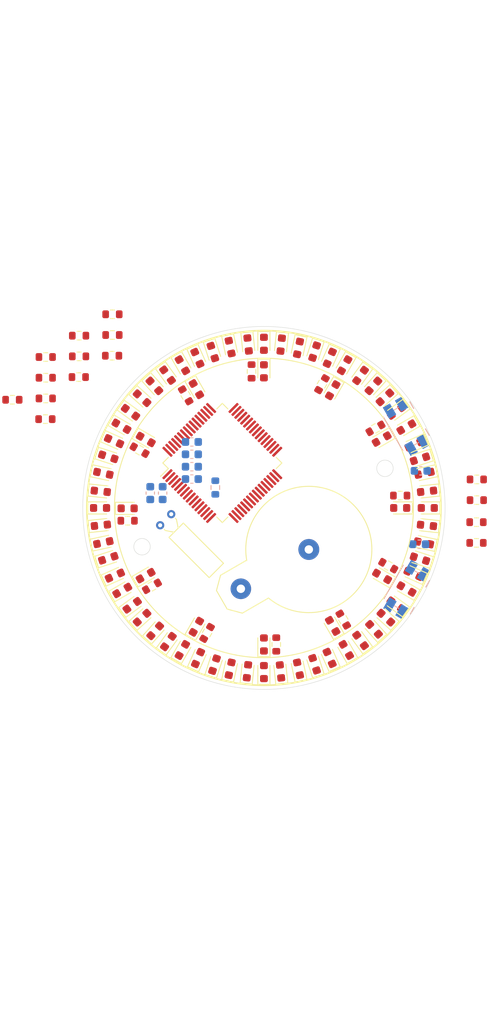
<source format=kicad_pcb>
(kicad_pcb (version 20171130) (host pcbnew 5.1.8-1.fc33)
  (layers (0 F.Cu signal) (31 B.Cu signal) (34 B.Paste user) (35 F.Paste user) (36 B.SilkS user) (37 F.SilkS user) (38 B.Mask user) (39 F.Mask user) (44 Edge.Cuts user))
  (net 0 "")
  (net 1 VCC)
  (net 2 GND)
  (net 3 XTAL1)
  (net 4 WAKE)
  (net 5 SET)
  (net 6 XTAL2)
  (net 7 M0)
  (net 8 M1)
  (net 9 M2)
  (net 10 M3)
  (net 11 M4)
  (net 12 M5)
  (net 13 M6)
  (net 14 M7)
  (net 15 M8)
  (net 16 M9)
  (net 17 M10)
  (net 18 M11)
  (net 19 M12)
  (net 20 M13)
  (net 21 M14)
  (net 22 H0)
  (net 23 H1)
  (net 24 H2)
  (net 25 H3)
  (net 26 H4)
  (net 27 H5)
  (net 28 H6)
  (net 29 H7)
  (net 30 H8)
  (net 31 H9)
  (net 32 H10)
  (net 33 H11)
  (net 34 "Net-(U1-Pad49)")
  (net 35 "Net-(U1-Pad50)")
  (net 36 "Net-(U1-Pad51)")
  (net 37 "Net-(U1-Pad54)")
  (net 38 "Net-(U1-Pad56)")
  (net 39 "Net-(U1-Pad57)")
  (net 40 "Net-(U1-Pad58)")
  (net 41 "Net-(U1-Pad59)")
  (net 42 "Net-(U1-Pad60)")
  (net 43 "Net-(U1-Pad61)")
  (net 44 "Net-(U1-Pad62)")
  (net 45 "Net-(U1-Pad63)")
  (net 46 Q0)
  (net 47 "Net-(D1-Pad2)")
  (net 48 "Net-(D17-Pad2)")
  (net 49 "Net-(D18-Pad2)")
  (net 50 "Net-(D19-Pad2)")
  (net 51 "Net-(D20-Pad2)")
  (net 52 "Net-(D21-Pad2)")
  (net 53 "Net-(D22-Pad2)")
  (net 54 "Net-(D23-Pad2)")
  (net 55 "Net-(D24-Pad2)")
  (net 56 "Net-(D10-Pad2)")
  (net 57 "Net-(D11-Pad2)")
  (net 58 "Net-(D12-Pad2)")
  (net 59 "Net-(D13-Pad2)")
  (net 60 "Net-(D14-Pad2)")
  (net 61 "Net-(D15-Pad2)")
  (net 62 Q1)
  (net 63 Q2)
  (net 64 Q3)
  (net 65 "Net-(D61-Pad1)")
  (net 66 "Net-(D62-Pad1)")
  (net 67 "Net-(D63-Pad1)")
  (net 68 "Net-(D64-Pad1)")
  (net 69 "Net-(D65-Pad1)")
  (net 70 "Net-(D66-Pad1)")
  (net 71 "Net-(D67-Pad1)")
  (net 72 "Net-(D68-Pad1)")
  (net 73 "Net-(D69-Pad1)")
  (net 74 "Net-(D70-Pad1)")
  (net 75 "Net-(D71-Pad1)")
  (net 76 "Net-(D72-Pad1)")
  (net 77 "Net-(R13-Pad2)")
  (net 78 "Net-(U1-Pad1)")
  (net 79 "Net-(U1-Pad2)")
  (net 80 "Net-(U1-Pad10)")
  (net 81 "Net-(U1-Pad11)")
  (net 82 "Net-(U1-Pad13)")
  (net 83 "Net-(U1-Pad14)")
  (net 84 "Net-(U1-Pad15)")
  (net 85 "Net-(U1-Pad16)")
  (net 86 "Net-(U1-Pad17)")
  (net 87 "Net-(U1-Pad18)")
  (net 88 "Net-(U1-Pad19)")
  (net 89 "Net-(U1-Pad20)")
  (net 90 "Net-(U1-Pad21)")
  (net 91 "Net-(U1-Pad22)")
  (net 92 "Net-(U1-Pad23)")
  (net 93 "Net-(U1-Pad24)")
  (net 94 "Net-(U1-Pad25)")
  (net 95 "Net-(U1-Pad26)")
  (net 96 "Net-(U1-Pad27)")
  (net 97 "Net-(U1-Pad28)")
  (net 98 "Net-(U1-Pad29)")
  (net 99 "Net-(U1-Pad30)")
  (net 100 "Net-(U1-Pad31)")
  (net 101 "Net-(U1-Pad32)")
  (net 102 "Net-(U1-Pad33)")
  (net 103 "Net-(U1-Pad34)")
  (net 104 "Net-(U1-Pad35)")
  (net 105 "Net-(U1-Pad36)")
  (net 106 "Net-(U1-Pad37)")
  (net 107 "Net-(U1-Pad38)")
  (net 108 "Net-(U1-Pad39)")
  (net 109 "Net-(U1-Pad40)")
  (net 110 "Net-(U1-Pad41)")
  (net 111 "Net-(U1-Pad42)")
  (net 112 "Net-(U1-Pad43)")
  (net 113 "Net-(U1-Pad44)")
  (net 114 "Net-(U1-Pad45)")
  (net 115 "Net-(U1-Pad46)")
  (net 116 "Net-(U1-Pad47)")
  (net 117 "Net-(U1-Pad48)")
  (net 118 "Net-(U1-Pad52)")
  (net 119 "Net-(U1-Pad53)")
  (net 120 "Net-(U1-Pad55)")
  (net 121 "Net-(U1-Pad64)")
  (module Battery:BatteryHolder_Keystone_500 (layer F.Cu) (at 167.2 89.8 30)
    (fp_text reference BT1 hide)
    (fp_text value Battery_Cell)
    (pad 1 thru_hole circle (at 0 0 30) (size 2.5 2.5) (drill 1.02) (layers *.Cu *.Mask) (net 1 VCC))
    (pad 2 thru_hole circle (at 9.53 0 30) (size 2.54 2.54) (drill 1.02) (layers *.Cu *.Mask) (net 2 GND))
  )
  (module lightring:LR_LED (layer F.Cu) (at 170 63.4375 270)
    (fp_text reference D61 hide)
    (fp_text value LED hide)
    (pad 1 smd roundrect (at -0.7875 0 270) (size 0.875 0.95) (layers F.Cu F.Paste F.Mask) (net 65 "Net-(D61-Pad1)"))
    (pad 2 smd roundrect (at 0.7875 0 270) (size 0.875 0.95) (layers F.Cu F.Paste F.Mask) (net 22 H0))
  )
  (module lightring:LR_LED (layer F.Cu) (at 178.35625 65.731995 240)
    (fp_text reference D62 hide)
    (fp_text value LED hide)
    (pad 1 smd roundrect (at -0.7875 0 240) (size 0.875 0.95) (layers F.Cu F.Paste F.Mask) (net 66 "Net-(D62-Pad1)"))
    (pad 2 smd roundrect (at 0.7875 0 240) (size 0.875 0.95) (layers F.Cu F.Paste F.Mask) (net 23 H1))
  )
  (module lightring:LR_LED (layer F.Cu) (at 184.3 71.65 210)
    (fp_text reference D63 hide)
    (fp_text value LED hide)
    (pad 2 smd roundrect (at 0.7875 0 210) (size 0.875 0.95) (layers F.Cu F.Paste F.Mask) (net 24 H2))
    (pad 1 smd roundrect (at -0.7875 0 210) (size 0.875 0.95) (layers F.Cu F.Paste F.Mask) (net 67 "Net-(D63-Pad1)"))
  )
  (module lightring:LR_LED (layer F.Cu) (at 186.55 80 180)
    (fp_text reference D64 hide)
    (fp_text value LED hide)
    (pad 2 smd roundrect (at 0.7875 0 180) (size 0.875 0.95) (layers F.Cu F.Paste F.Mask) (net 25 H3))
    (pad 1 smd roundrect (at -0.7875 0 180) (size 0.875 0.95) (layers F.Cu F.Paste F.Mask) (net 68 "Net-(D64-Pad1)"))
  )
  (module lightring:LR_LED (layer F.Cu) (at 184.35 88.3 150)
    (fp_text reference D65 hide)
    (fp_text value LED hide)
    (pad 1 smd roundrect (at -0.7875 0 150) (size 0.875 0.95) (layers F.Cu F.Paste F.Mask) (net 69 "Net-(D65-Pad1)"))
    (pad 2 smd roundrect (at 0.7875 0 150) (size 0.875 0.95) (layers F.Cu F.Paste F.Mask) (net 26 H4))
  )
  (module lightring:LR_LED (layer F.Cu) (at 178.35 94.3 120)
    (fp_text reference D66 hide)
    (fp_text value LED hide)
    (pad 2 smd roundrect (at 0.7875 0 120) (size 0.875 0.95) (layers F.Cu F.Paste F.Mask) (net 27 H5))
    (pad 1 smd roundrect (at -0.7875 0 120) (size 0.875 0.95) (layers F.Cu F.Paste F.Mask) (net 70 "Net-(D66-Pad1)"))
  )
  (module lightring:LR_LED (layer F.Cu) (at 170 96.55 90)
    (fp_text reference D67 hide)
    (fp_text value LED hide)
    (pad 1 smd roundrect (at -0.7875 0 90) (size 0.875 0.95) (layers F.Cu F.Paste F.Mask) (net 71 "Net-(D67-Pad1)"))
    (pad 2 smd roundrect (at 0.7875 0 90) (size 0.875 0.95) (layers F.Cu F.Paste F.Mask) (net 28 H6))
  )
  (module lightring:LR_LED (layer F.Cu) (at 161.8 94.4 60)
    (fp_text reference D68 hide)
    (fp_text value LED hide)
    (pad 2 smd roundrect (at 0.7875 0 60) (size 0.875 0.95) (layers F.Cu F.Paste F.Mask) (net 29 H7))
    (pad 1 smd roundrect (at -0.7875 0 60) (size 0.875 0.95) (layers F.Cu F.Paste F.Mask) (net 72 "Net-(D68-Pad1)"))
  )
  (module lightring:LR_LED (layer F.Cu) (at 155.631995 88.20625 30)
    (fp_text reference D69 hide)
    (fp_text value LED hide)
    (pad 1 smd roundrect (at -0.7875 0 30) (size 0.875 0.95) (layers F.Cu F.Paste F.Mask) (net 73 "Net-(D69-Pad1)"))
    (pad 2 smd roundrect (at 0.7875 0 30) (size 0.875 0.95) (layers F.Cu F.Paste F.Mask) (net 30 H8))
  )
  (module lightring:LR_LED (layer F.Cu) (at 153.45 80.05)
    (fp_text reference D70 hide)
    (fp_text value LED hide)
    (pad 2 smd roundrect (at 0.7875 0) (size 0.875 0.95) (layers F.Cu F.Paste F.Mask) (net 31 H9))
    (pad 1 smd roundrect (at -0.7875 0) (size 0.875 0.95) (layers F.Cu F.Paste F.Mask) (net 74 "Net-(D70-Pad1)"))
  )
  (module lightring:LR_LED (layer F.Cu) (at 155.65 71.7 330)
    (fp_text reference D71 hide)
    (fp_text value LED hide)
    (pad 1 smd roundrect (at -0.7875 0 330) (size 0.875 0.95) (layers F.Cu F.Paste F.Mask) (net 75 "Net-(D71-Pad1)"))
    (pad 2 smd roundrect (at 0.7875 0 330) (size 0.875 0.95) (layers F.Cu F.Paste F.Mask) (net 32 H10))
  )
  (module lightring:LR_LED (layer F.Cu) (at 161.8 65.6 300)
    (fp_text reference D72 hide)
    (fp_text value LED hide)
    (pad 2 smd roundrect (at 0.7875 0 300) (size 0.875 0.95) (layers F.Cu F.Paste F.Mask) (net 33 H11))
    (pad 1 smd roundrect (at -0.7875 0 300) (size 0.875 0.95) (layers F.Cu F.Paste F.Mask) (net 76 "Net-(D72-Pad1)"))
  )
  (module lightring:LR_RES (layer F.Cu) (at 168.5 63.45 270)
    (fp_text reference R1 hide)
    (fp_text value R hide)
    (pad 1 smd roundrect (at -0.825 0 270) (size 0.8 0.95) (layers F.Cu F.Paste F.Mask) (net 2 GND))
    (pad 2 smd roundrect (at 0.825 0 270) (size 0.8 0.95) (layers F.Cu F.Paste F.Mask) (net 65 "Net-(D61-Pad1)"))
  )
  (module lightring:LR_RES (layer F.Cu) (at 177.05 65 240)
    (fp_text reference R2 hide)
    (fp_text value R hide)
    (pad 2 smd roundrect (at 0.825 0 240) (size 0.8 0.95) (layers F.Cu F.Paste F.Mask) (net 66 "Net-(D62-Pad1)"))
    (pad 1 smd roundrect (at -0.825 0 240) (size 0.8 0.95) (layers F.Cu F.Paste F.Mask) (net 2 GND))
  )
  (module lightring:LR_RES (layer F.Cu) (at 183.55 70.35 210)
    (fp_text reference R3 hide)
    (fp_text value R hide)
    (pad 1 smd roundrect (at -0.825 0 210) (size 0.8 0.95) (layers F.Cu F.Paste F.Mask) (net 2 GND))
    (pad 2 smd roundrect (at 0.825 0 210) (size 0.8 0.95) (layers F.Cu F.Paste F.Mask) (net 67 "Net-(D63-Pad1)"))
  )
  (module lightring:LR_RES (layer F.Cu) (at 186.55 78.5 180)
    (fp_text reference R4 hide)
    (fp_text value R hide)
    (pad 2 smd roundrect (at 0.825 0 180) (size 0.8 0.95) (layers F.Cu F.Paste F.Mask) (net 68 "Net-(D64-Pad1)"))
    (pad 1 smd roundrect (at -0.825 0 180) (size 0.8 0.95) (layers F.Cu F.Paste F.Mask) (net 2 GND))
  )
  (module lightring:LR_RES (layer F.Cu) (at 185.1 87 150)
    (fp_text reference R5 hide)
    (fp_text value R hide)
    (pad 1 smd roundrect (at -0.825 0 150) (size 0.8 0.95) (layers F.Cu F.Paste F.Mask) (net 2 GND))
    (pad 2 smd roundrect (at 0.825 0 150) (size 0.8 0.95) (layers F.Cu F.Paste F.Mask) (net 69 "Net-(D65-Pad1)"))
  )
  (module lightring:LR_RES (layer F.Cu) (at 179.6375 93.535529 120)
    (fp_text reference R6 hide)
    (fp_text value R hide)
    (pad 2 smd roundrect (at 0.825 0 120) (size 0.8 0.95) (layers F.Cu F.Paste F.Mask) (net 70 "Net-(D66-Pad1)"))
    (pad 1 smd roundrect (at -0.825 0 120) (size 0.8 0.95) (layers F.Cu F.Paste F.Mask) (net 2 GND))
  )
  (module lightring:LR_RES (layer F.Cu) (at 171.5 96.55 90)
    (fp_text reference R7 hide)
    (fp_text value R hide)
    (pad 1 smd roundrect (at -0.825 0 90) (size 0.8 0.95) (layers F.Cu F.Paste F.Mask) (net 2 GND))
    (pad 2 smd roundrect (at 0.825 0 90) (size 0.8 0.95) (layers F.Cu F.Paste F.Mask) (net 71 "Net-(D67-Pad1)"))
  )
  (module lightring:LR_RES (layer F.Cu) (at 163.1 95.15 60)
    (fp_text reference R8 hide)
    (fp_text value R hide)
    (pad 2 smd roundrect (at 0.825 0 60) (size 0.8 0.95) (layers F.Cu F.Paste F.Mask) (net 72 "Net-(D68-Pad1)"))
    (pad 1 smd roundrect (at -0.825 0 60) (size 0.8 0.95) (layers F.Cu F.Paste F.Mask) (net 2 GND))
  )
  (module lightring:LR_RES (layer F.Cu) (at 156.4 89.5 30)
    (fp_text reference R9 hide)
    (fp_text value R hide)
    (pad 1 smd roundrect (at -0.825 0 30) (size 0.8 0.95) (layers F.Cu F.Paste F.Mask) (net 2 GND))
    (pad 2 smd roundrect (at 0.825 0 30) (size 0.8 0.95) (layers F.Cu F.Paste F.Mask) (net 73 "Net-(D69-Pad1)"))
  )
  (module lightring:LR_RES (layer F.Cu) (at 153.45 81.55)
    (fp_text reference R10 hide)
    (fp_text value R hide)
    (pad 2 smd roundrect (at 0.825 0) (size 0.8 0.95) (layers F.Cu F.Paste F.Mask) (net 74 "Net-(D70-Pad1)"))
    (pad 1 smd roundrect (at -0.825 0) (size 0.8 0.95) (layers F.Cu F.Paste F.Mask) (net 2 GND))
  )
  (module lightring:LR_RES (layer F.Cu) (at 154.9 73 330)
    (fp_text reference R11 hide)
    (fp_text value R hide)
    (pad 1 smd roundrect (at -0.825 0 330) (size 0.8 0.95) (layers F.Cu F.Paste F.Mask) (net 2 GND))
    (pad 2 smd roundrect (at 0.825 0 330) (size 0.8 0.95) (layers F.Cu F.Paste F.Mask) (net 75 "Net-(D71-Pad1)"))
  )
  (module lightring:LR_RES (layer F.Cu) (at 160.5 66.35 300)
    (fp_text reference R12 hide)
    (fp_text value R hide)
    (pad 2 smd roundrect (at 0.825 0 300) (size 0.8 0.95) (layers F.Cu F.Paste F.Mask) (net 76 "Net-(D72-Pad1)"))
    (pad 1 smd roundrect (at -0.825 0 300) (size 0.8 0.95) (layers F.Cu F.Paste F.Mask) (net 2 GND))
  )
  (module lightring:LR_RES (layer B.Cu) (at 164.1 77.525 270)
    (fp_text reference R13 hide)
    (fp_text value 10k hide)
    (pad 1 smd roundrect (at -0.825 0 270) (size 0.8 0.95) (layers B.Cu B.Paste B.Mask) (net 1 VCC))
    (pad 2 smd roundrect (at 0.825 0 270) (size 0.8 0.95) (layers B.Cu B.Paste B.Mask) (net 77 "Net-(R13-Pad2)"))
  )
  (module Button_Switch_SMD:Panasonic_EVQPUJ_EVQPUA (layer B.Cu) (at 187.3 70.1 120)
    (fp_text reference SW1 hide)
    (fp_text value SW_SPST)
    (pad 2 smd rect (at 2.625 -0.85 300) (size 1.55 1) (layers B.Cu B.Paste B.Mask) (net 2 GND))
    (pad 2 smd rect (at -2.625 -0.85 300) (size 1.55 1) (layers B.Cu B.Paste B.Mask) (net 2 GND))
    (pad 1 smd rect (at -2.625 0.85 300) (size 1.55 1) (layers B.Cu B.Paste B.Mask) (net 4 WAKE))
    (pad 1 smd rect (at 2.625 0.85 300) (size 1.55 1) (layers B.Cu B.Paste B.Mask) (net 4 WAKE))
  )
  (module Button_Switch_SMD:Panasonic_EVQPUJ_EVQPUA (layer B.Cu) (at 187.35 89.9 60)
    (fp_text reference SW2 hide)
    (fp_text value SW_SPST)
    (pad 1 smd rect (at 2.625 0.85 240) (size 1.55 1) (layers B.Cu B.Paste B.Mask) (net 5 SET))
    (pad 1 smd rect (at -2.625 0.85 240) (size 1.55 1) (layers B.Cu B.Paste B.Mask) (net 5 SET))
    (pad 2 smd rect (at -2.625 -0.85 240) (size 1.55 1) (layers B.Cu B.Paste B.Mask) (net 2 GND))
    (pad 2 smd rect (at 2.625 -0.85 240) (size 1.55 1) (layers B.Cu B.Paste B.Mask) (net 2 GND))
  )
  (module Package_QFP:LQFP-64_10x10mm_P0.5mm (layer F.Cu) (at 164.95 74.55 45)
    (fp_text reference U1 hide)
    (fp_text value STM32G070RBT)
    (pad 1 smd roundrect (at -5.675 -3.75 45) (size 1.55 0.3) (layers F.Cu F.Paste F.Mask) (net 78 "Net-(U1-Pad1)"))
    (pad 2 smd roundrect (at -5.675 -3.25 45) (size 1.55 0.3) (layers F.Cu F.Paste F.Mask) (net 79 "Net-(U1-Pad2)"))
    (pad 3 smd roundrect (at -5.675 -2.75 45) (size 1.55 0.3) (layers F.Cu F.Paste F.Mask) (net 3 XTAL1))
    (pad 4 smd roundrect (at -5.675 -2.25 45) (size 1.55 0.3) (layers F.Cu F.Paste F.Mask) (net 6 XTAL2))
    (pad 5 smd roundrect (at -5.675 -1.75 45) (size 1.55 0.3) (layers F.Cu F.Paste F.Mask))
    (pad 6 smd roundrect (at -5.675 -1.25 45) (size 1.55 0.3) (layers F.Cu F.Paste F.Mask) (net 1 VCC))
    (pad 7 smd roundrect (at -5.675 -0.75 45) (size 1.55 0.3) (layers F.Cu F.Paste F.Mask) (net 1 VCC))
    (pad 8 smd roundrect (at -5.675 -0.25 45) (size 1.55 0.3) (layers F.Cu F.Paste F.Mask) (net 1 VCC))
    (pad 9 smd roundrect (at -5.675 0.25 45) (size 1.55 0.3) (layers F.Cu F.Paste F.Mask) (net 2 GND))
    (pad 10 smd roundrect (at -5.675 0.75 45) (size 1.55 0.3) (layers F.Cu F.Paste F.Mask) (net 80 "Net-(U1-Pad10)"))
    (pad 11 smd roundrect (at -5.675 1.25 45) (size 1.55 0.3) (layers F.Cu F.Paste F.Mask) (net 81 "Net-(U1-Pad11)"))
    (pad 12 smd roundrect (at -5.675 1.75 45) (size 1.55 0.3) (layers F.Cu F.Paste F.Mask) (net 77 "Net-(R13-Pad2)"))
    (pad 13 smd roundrect (at -5.675 2.25 45) (size 1.55 0.3) (layers F.Cu F.Paste F.Mask) (net 82 "Net-(U1-Pad13)"))
    (pad 14 smd roundrect (at -5.675 2.75 45) (size 1.55 0.3) (layers F.Cu F.Paste F.Mask) (net 83 "Net-(U1-Pad14)"))
    (pad 15 smd roundrect (at -5.675 3.25 45) (size 1.55 0.3) (layers F.Cu F.Paste F.Mask) (net 84 "Net-(U1-Pad15)"))
    (pad 16 smd roundrect (at -5.675 3.75 45) (size 1.55 0.3) (layers F.Cu F.Paste F.Mask) (net 85 "Net-(U1-Pad16)"))
    (pad 17 smd roundrect (at -3.75 5.675 45) (size 0.3 1.55) (layers F.Cu F.Paste F.Mask) (net 86 "Net-(U1-Pad17)"))
    (pad 18 smd roundrect (at -3.25 5.675 45) (size 0.3 1.55) (layers F.Cu F.Paste F.Mask) (net 87 "Net-(U1-Pad18)"))
    (pad 19 smd roundrect (at -2.75 5.675 45) (size 0.3 1.55) (layers F.Cu F.Paste F.Mask) (net 88 "Net-(U1-Pad19)"))
    (pad 20 smd roundrect (at -2.25 5.675 45) (size 0.3 1.55) (layers F.Cu F.Paste F.Mask) (net 89 "Net-(U1-Pad20)"))
    (pad 21 smd roundrect (at -1.75 5.675 45) (size 0.3 1.55) (layers F.Cu F.Paste F.Mask) (net 90 "Net-(U1-Pad21)"))
    (pad 22 smd roundrect (at -1.25 5.675 45) (size 0.3 1.55) (layers F.Cu F.Paste F.Mask) (net 91 "Net-(U1-Pad22)"))
    (pad 23 smd roundrect (at -0.75 5.675 45) (size 0.3 1.55) (layers F.Cu F.Paste F.Mask) (net 92 "Net-(U1-Pad23)"))
    (pad 24 smd roundrect (at -0.25 5.675 45) (size 0.3 1.55) (layers F.Cu F.Paste F.Mask) (net 93 "Net-(U1-Pad24)"))
    (pad 25 smd roundrect (at 0.25 5.675 45) (size 0.3 1.55) (layers F.Cu F.Paste F.Mask) (net 94 "Net-(U1-Pad25)"))
    (pad 26 smd roundrect (at 0.75 5.675 45) (size 0.3 1.55) (layers F.Cu F.Paste F.Mask) (net 95 "Net-(U1-Pad26)"))
    (pad 27 smd roundrect (at 1.25 5.675 45) (size 0.3 1.55) (layers F.Cu F.Paste F.Mask) (net 96 "Net-(U1-Pad27)"))
    (pad 28 smd roundrect (at 1.75 5.675 45) (size 0.3 1.55) (layers F.Cu F.Paste F.Mask) (net 97 "Net-(U1-Pad28)"))
    (pad 29 smd roundrect (at 2.25 5.675 45) (size 0.3 1.55) (layers F.Cu F.Paste F.Mask) (net 98 "Net-(U1-Pad29)"))
    (pad 30 smd roundrect (at 2.75 5.675 45) (size 0.3 1.55) (layers F.Cu F.Paste F.Mask) (net 99 "Net-(U1-Pad30)"))
    (pad 31 smd roundrect (at 3.25 5.675 45) (size 0.3 1.55) (layers F.Cu F.Paste F.Mask) (net 100 "Net-(U1-Pad31)"))
    (pad 32 smd roundrect (at 3.75 5.675 45) (size 0.3 1.55) (layers F.Cu F.Paste F.Mask) (net 101 "Net-(U1-Pad32)"))
    (pad 33 smd roundrect (at 5.675 3.75 45) (size 1.55 0.3) (layers F.Cu F.Paste F.Mask) (net 102 "Net-(U1-Pad33)"))
    (pad 34 smd roundrect (at 5.675 3.25 45) (size 1.55 0.3) (layers F.Cu F.Paste F.Mask) (net 103 "Net-(U1-Pad34)"))
    (pad 35 smd roundrect (at 5.675 2.75 45) (size 1.55 0.3) (layers F.Cu F.Paste F.Mask) (net 104 "Net-(U1-Pad35)"))
    (pad 36 smd roundrect (at 5.675 2.25 45) (size 1.55 0.3) (layers F.Cu F.Paste F.Mask) (net 105 "Net-(U1-Pad36)"))
    (pad 37 smd roundrect (at 5.675 1.75 45) (size 1.55 0.3) (layers F.Cu F.Paste F.Mask) (net 106 "Net-(U1-Pad37)"))
    (pad 38 smd roundrect (at 5.675 1.25 45) (size 1.55 0.3) (layers F.Cu F.Paste F.Mask) (net 107 "Net-(U1-Pad38)"))
    (pad 39 smd roundrect (at 5.675 0.75 45) (size 1.55 0.3) (layers F.Cu F.Paste F.Mask) (net 108 "Net-(U1-Pad39)"))
    (pad 40 smd roundrect (at 5.675 0.25 45) (size 1.55 0.3) (layers F.Cu F.Paste F.Mask) (net 109 "Net-(U1-Pad40)"))
    (pad 41 smd roundrect (at 5.675 -0.25 45) (size 1.55 0.3) (layers F.Cu F.Paste F.Mask) (net 110 "Net-(U1-Pad41)"))
    (pad 42 smd roundrect (at 5.675 -0.75 45) (size 1.55 0.3) (layers F.Cu F.Paste F.Mask) (net 111 "Net-(U1-Pad42)"))
    (pad 43 smd roundrect (at 5.675 -1.25 45) (size 1.55 0.3) (layers F.Cu F.Paste F.Mask) (net 112 "Net-(U1-Pad43)"))
    (pad 44 smd roundrect (at 5.675 -1.75 45) (size 1.55 0.3) (layers F.Cu F.Paste F.Mask) (net 113 "Net-(U1-Pad44)"))
    (pad 45 smd roundrect (at 5.675 -2.25 45) (size 1.55 0.3) (layers F.Cu F.Paste F.Mask) (net 114 "Net-(U1-Pad45)"))
    (pad 46 smd roundrect (at 5.675 -2.75 45) (size 1.55 0.3) (layers F.Cu F.Paste F.Mask) (net 115 "Net-(U1-Pad46)"))
    (pad 47 smd roundrect (at 5.675 -3.25 45) (size 1.55 0.3) (layers F.Cu F.Paste F.Mask) (net 116 "Net-(U1-Pad47)"))
    (pad 48 smd roundrect (at 5.675 -3.75 45) (size 1.55 0.3) (layers F.Cu F.Paste F.Mask) (net 117 "Net-(U1-Pad48)"))
    (pad 49 smd roundrect (at 3.75 -5.675 45) (size 0.3 1.55) (layers F.Cu F.Paste F.Mask) (net 34 "Net-(U1-Pad49)"))
    (pad 50 smd roundrect (at 3.25 -5.675 45) (size 0.3 1.55) (layers F.Cu F.Paste F.Mask) (net 35 "Net-(U1-Pad50)"))
    (pad 51 smd roundrect (at 2.75 -5.675 45) (size 0.3 1.55) (layers F.Cu F.Paste F.Mask) (net 36 "Net-(U1-Pad51)"))
    (pad 52 smd roundrect (at 2.25 -5.675 45) (size 0.3 1.55) (layers F.Cu F.Paste F.Mask) (net 118 "Net-(U1-Pad52)"))
    (pad 53 smd roundrect (at 1.75 -5.675 45) (size 0.3 1.55) (layers F.Cu F.Paste F.Mask) (net 119 "Net-(U1-Pad53)"))
    (pad 54 smd roundrect (at 1.25 -5.675 45) (size 0.3 1.55) (layers F.Cu F.Paste F.Mask) (net 37 "Net-(U1-Pad54)"))
    (pad 55 smd roundrect (at 0.75 -5.675 45) (size 0.3 1.55) (layers F.Cu F.Paste F.Mask) (net 120 "Net-(U1-Pad55)"))
    (pad 56 smd roundrect (at 0.25 -5.675 45) (size 0.3 1.55) (layers F.Cu F.Paste F.Mask) (net 38 "Net-(U1-Pad56)"))
    (pad 57 smd roundrect (at -0.25 -5.675 45) (size 0.3 1.55) (layers F.Cu F.Paste F.Mask) (net 39 "Net-(U1-Pad57)"))
    (pad 58 smd roundrect (at -0.75 -5.675 45) (size 0.3 1.55) (layers F.Cu F.Paste F.Mask) (net 40 "Net-(U1-Pad58)"))
    (pad 59 smd roundrect (at -1.25 -5.675 45) (size 0.3 1.55) (layers F.Cu F.Paste F.Mask) (net 41 "Net-(U1-Pad59)"))
    (pad 60 smd roundrect (at -1.75 -5.675 45) (size 0.3 1.55) (layers F.Cu F.Paste F.Mask) (net 42 "Net-(U1-Pad60)"))
    (pad 61 smd roundrect (at -2.25 -5.675 45) (size 0.3 1.55) (layers F.Cu F.Paste F.Mask) (net 43 "Net-(U1-Pad61)"))
    (pad 62 smd roundrect (at -2.75 -5.675 45) (size 0.3 1.55) (layers F.Cu F.Paste F.Mask) (net 44 "Net-(U1-Pad62)"))
    (pad 63 smd roundrect (at -3.25 -5.675 45) (size 0.3 1.55) (layers F.Cu F.Paste F.Mask) (net 45 "Net-(U1-Pad63)"))
    (pad 64 smd roundrect (at -3.75 -5.675 45) (size 0.3 1.55) (layers F.Cu F.Paste F.Mask) (net 121 "Net-(U1-Pad64)"))
  )
  (module Crystal:Crystal_C26-LF_D2.1mm_L6.5mm_Horizontal (layer F.Cu) (at 157.4 82.1 45)
    (fp_text reference Y1 hide)
    (fp_text value Crystal)
    (pad 1 thru_hole circle (at 0 0 45) (size 1 1) (drill 0.5) (layers *.Cu *.Mask) (net 3 XTAL1))
    (pad 2 thru_hole circle (at 1.9 0 45) (size 1 1) (drill 0.5) (layers *.Cu *.Mask) (net 6 XTAL2))
  )
  (module lightring:LC_CAP (layer B.Cu) (at 156.2 78.2 90)
    (fp_text reference C1 hide)
    (fp_text value 100 hide)
    (pad 2 smd roundrect (at 0.775 0 90) (size 0.9 0.95) (layers B.Cu B.Paste B.Mask) (net 2 GND))
    (pad 1 smd roundrect (at -0.775 0 90) (size 0.9 0.95) (layers B.Cu B.Paste B.Mask) (net 3 XTAL1))
  )
  (module lightring:LC_CAP (layer B.Cu) (at 161.25 73.5 180)
    (fp_text reference C5 hide)
    (fp_text value 225 hide)
    (pad 1 smd roundrect (at -0.775 0 180) (size 0.9 0.95) (layers B.Cu B.Paste B.Mask) (net 1 VCC))
    (pad 2 smd roundrect (at 0.775 0 180) (size 0.9 0.95) (layers B.Cu B.Paste B.Mask) (net 2 GND))
  )
  (module lightring:LC_CAP (layer B.Cu) (at 189.05 75.5)
    (fp_text reference C2 hide)
    (fp_text value 105 hide)
    (pad 2 smd roundrect (at 0.775 0) (size 0.9 0.95) (layers B.Cu B.Paste B.Mask) (net 4 WAKE))
    (pad 1 smd roundrect (at -0.775 0) (size 0.9 0.95) (layers B.Cu B.Paste B.Mask) (net 2 GND))
  )
  (module lightring:LC_CAP (layer B.Cu) (at 188.85 84.4)
    (fp_text reference C3 hide)
    (fp_text value 105 hide)
    (pad 1 smd roundrect (at -0.775 0) (size 0.9 0.95) (layers B.Cu B.Paste B.Mask) (net 2 GND))
    (pad 2 smd roundrect (at 0.775 0) (size 0.9 0.95) (layers B.Cu B.Paste B.Mask) (net 5 SET))
  )
  (module lightring:LC_CAP (layer B.Cu) (at 157.7 78.2 90)
    (fp_text reference C4 hide)
    (fp_text value 100 hide)
    (pad 1 smd roundrect (at -0.775 0 90) (size 0.9 0.95) (layers B.Cu B.Paste B.Mask) (net 6 XTAL2))
    (pad 2 smd roundrect (at 0.775 0 90) (size 0.9 0.95) (layers B.Cu B.Paste B.Mask) (net 2 GND))
  )
  (module lightring:LC_CAP (layer B.Cu) (at 161.25 72 180)
    (fp_text reference C6 hide)
    (fp_text value 225 hide)
    (pad 2 smd roundrect (at 0.775 0 180) (size 0.9 0.95) (layers B.Cu B.Paste B.Mask) (net 2 GND))
    (pad 1 smd roundrect (at -0.775 0 180) (size 0.9 0.95) (layers B.Cu B.Paste B.Mask) (net 1 VCC))
  )
  (module lightring:LC_CAP (layer B.Cu) (at 161.25 76.5 180)
    (fp_text reference C7 hide)
    (fp_text value 104 hide)
    (pad 1 smd roundrect (at -0.775 0 180) (size 0.9 0.95) (layers B.Cu B.Paste B.Mask) (net 1 VCC))
    (pad 2 smd roundrect (at 0.775 0 180) (size 0.9 0.95) (layers B.Cu B.Paste B.Mask) (net 2 GND))
  )
  (module lightring:LC_CAP (layer B.Cu) (at 161.25 75 180)
    (fp_text reference C8 hide)
    (fp_text value 104 hide)
    (pad 2 smd roundrect (at 0.775 0 180) (size 0.9 0.95) (layers B.Cu B.Paste B.Mask) (net 2 GND))
    (pad 1 smd roundrect (at -0.775 0 180) (size 0.9 0.95) (layers B.Cu B.Paste B.Mask) (net 1 VCC))
  )
  (module lightring:LR_LED (layer F.Cu) (at 170 60.1 270)
    (fp_text reference D1 hide)
    (fp_text value LED hide)
    (pad 1 smd roundrect (at -0.7875 0 270) (size 0.875 0.95) (layers F.Cu F.Paste F.Mask) (net 46 Q0))
    (pad 2 smd roundrect (at 0.7875 0 270) (size 0.875 0.95) (layers F.Cu F.Paste F.Mask) (net 47 "Net-(D1-Pad2)"))
  )
  (module lightring:LR_LED (layer F.Cu) (at 172.1 60.2 264)
    (fp_text reference D2 hide)
    (fp_text value LED hide)
    (pad 2 smd roundrect (at 0.7875 0 264) (size 0.875 0.95) (layers F.Cu F.Paste F.Mask) (net 48 "Net-(D17-Pad2)"))
    (pad 1 smd roundrect (at -0.7875 0 264) (size 0.875 0.95) (layers F.Cu F.Paste F.Mask) (net 46 Q0))
  )
  (module lightring:LR_LED (layer F.Cu) (at 174.2 60.6 258)
    (fp_text reference D3 hide)
    (fp_text value LED hide)
    (pad 1 smd roundrect (at -0.7875 0 258) (size 0.875 0.95) (layers F.Cu F.Paste F.Mask) (net 46 Q0))
    (pad 2 smd roundrect (at 0.7875 0 258) (size 0.875 0.95) (layers F.Cu F.Paste F.Mask) (net 49 "Net-(D18-Pad2)"))
  )
  (module lightring:LR_LED (layer F.Cu) (at 176.156649 61.048957 252)
    (fp_text reference D4 hide)
    (fp_text value LED hide)
    (pad 2 smd roundrect (at 0.7875 0 252) (size 0.875 0.95) (layers F.Cu F.Paste F.Mask) (net 50 "Net-(D19-Pad2)"))
    (pad 1 smd roundrect (at -0.7875 0 252) (size 0.875 0.95) (layers F.Cu F.Paste F.Mask) (net 46 Q0))
  )
  (module lightring:LR_LED (layer F.Cu) (at 178 61.8 246)
    (fp_text reference D5 hide)
    (fp_text value LED hide)
    (pad 1 smd roundrect (at -0.7875 0 246) (size 0.875 0.95) (layers F.Cu F.Paste F.Mask) (net 46 Q0))
    (pad 2 smd roundrect (at 0.7875 0 246) (size 0.875 0.95) (layers F.Cu F.Paste F.Mask) (net 51 "Net-(D20-Pad2)"))
  )
  (module lightring:LR_LED (layer F.Cu) (at 179.80625 62.7 240)
    (fp_text reference D6 hide)
    (fp_text value LED hide)
    (pad 2 smd roundrect (at 0.7875 0 240) (size 0.875 0.95) (layers F.Cu F.Paste F.Mask) (net 52 "Net-(D21-Pad2)"))
    (pad 1 smd roundrect (at -0.7875 0 240) (size 0.875 0.95) (layers F.Cu F.Paste F.Mask) (net 46 Q0))
  )
  (module lightring:LR_LED (layer F.Cu) (at 181.737119 63.937101 234)
    (fp_text reference D7 hide)
    (fp_text value LED hide)
    (pad 1 smd roundrect (at -0.7875 0 234) (size 0.875 0.95) (layers F.Cu F.Paste F.Mask) (net 46 Q0))
    (pad 2 smd roundrect (at 0.7875 0 234) (size 0.875 0.95) (layers F.Cu F.Paste F.Mask) (net 53 "Net-(D22-Pad2)"))
  )
  (module lightring:LR_LED (layer F.Cu) (at 183.3 65.2 228)
    (fp_text reference D8 hide)
    (fp_text value LED hide)
    (pad 2 smd roundrect (at 0.7875 0 228) (size 0.875 0.95) (layers F.Cu F.Paste F.Mask) (net 54 "Net-(D23-Pad2)"))
    (pad 1 smd roundrect (at -0.7875 0 228) (size 0.875 0.95) (layers F.Cu F.Paste F.Mask) (net 46 Q0))
  )
  (module lightring:LR_LED (layer F.Cu) (at 184.7 66.6 222)
    (fp_text reference D9 hide)
    (fp_text value LED hide)
    (pad 1 smd roundrect (at -0.7875 0 222) (size 0.875 0.95) (layers F.Cu F.Paste F.Mask) (net 46 Q0))
    (pad 2 smd roundrect (at 0.7875 0 222) (size 0.875 0.95) (layers F.Cu F.Paste F.Mask) (net 55 "Net-(D24-Pad2)"))
  )
  (module lightring:LR_LED (layer F.Cu) (at 186.1 68.3 216)
    (fp_text reference D10 hide)
    (fp_text value LED hide)
    (pad 1 smd roundrect (at -0.7875 0 216) (size 0.875 0.95) (layers F.Cu F.Paste F.Mask) (net 46 Q0))
    (pad 2 smd roundrect (at 0.7875 0 216) (size 0.875 0.95) (layers F.Cu F.Paste F.Mask) (net 56 "Net-(D10-Pad2)"))
  )
  (module lightring:LR_LED (layer F.Cu) (at 187.3 70.2 210)
    (fp_text reference D11 hide)
    (fp_text value LED hide)
    (pad 2 smd roundrect (at 0.7875 0 210) (size 0.875 0.95) (layers F.Cu F.Paste F.Mask) (net 57 "Net-(D11-Pad2)"))
    (pad 1 smd roundrect (at -0.7875 0 210) (size 0.875 0.95) (layers F.Cu F.Paste F.Mask) (net 46 Q0))
  )
  (module lightring:LR_LED (layer F.Cu) (at 188.3 72.3 204)
    (fp_text reference D12 hide)
    (fp_text value LED hide)
    (pad 1 smd roundrect (at -0.7875 0 204) (size 0.875 0.95) (layers F.Cu F.Paste F.Mask) (net 46 Q0))
    (pad 2 smd roundrect (at 0.7875 0 204) (size 0.875 0.95) (layers F.Cu F.Paste F.Mask) (net 58 "Net-(D12-Pad2)"))
  )
  (module lightring:LR_LED (layer F.Cu) (at 188.951043 74.043351 198)
    (fp_text reference D13 hide)
    (fp_text value LED hide)
    (pad 2 smd roundrect (at 0.7875 0 198) (size 0.875 0.95) (layers F.Cu F.Paste F.Mask) (net 59 "Net-(D13-Pad2)"))
    (pad 1 smd roundrect (at -0.7875 0 198) (size 0.875 0.95) (layers F.Cu F.Paste F.Mask) (net 46 Q0))
  )
  (module lightring:LR_LED (layer F.Cu) (at 189.5 75.8 192)
    (fp_text reference D14 hide)
    (fp_text value LED hide)
    (pad 1 smd roundrect (at -0.7875 0 192) (size 0.875 0.95) (layers F.Cu F.Paste F.Mask) (net 46 Q0))
    (pad 2 smd roundrect (at 0.7875 0 192) (size 0.875 0.95) (layers F.Cu F.Paste F.Mask) (net 60 "Net-(D14-Pad2)"))
  )
  (module lightring:LR_LED (layer F.Cu) (at 189.816814 77.982316 186)
    (fp_text reference D15 hide)
    (fp_text value LED hide)
    (pad 2 smd roundrect (at 0.7875 0 186) (size 0.875 0.95) (layers F.Cu F.Paste F.Mask) (net 61 "Net-(D15-Pad2)"))
    (pad 1 smd roundrect (at -0.7875 0 186) (size 0.875 0.95) (layers F.Cu F.Paste F.Mask) (net 46 Q0))
  )
  (module lightring:LR_LED (layer F.Cu) (at 189.9 80 180)
    (fp_text reference D16 hide)
    (fp_text value LED hide)
    (pad 1 smd roundrect (at -0.7875 0 180) (size 0.875 0.95) (layers F.Cu F.Paste F.Mask) (net 62 Q1))
    (pad 2 smd roundrect (at 0.7875 0 180) (size 0.875 0.95) (layers F.Cu F.Paste F.Mask) (net 47 "Net-(D1-Pad2)"))
  )
  (module lightring:LR_LED (layer F.Cu) (at 189.8 82.117684 174)
    (fp_text reference D17 hide)
    (fp_text value LED hide)
    (pad 2 smd roundrect (at 0.7875 0 174) (size 0.875 0.95) (layers F.Cu F.Paste F.Mask) (net 48 "Net-(D17-Pad2)"))
    (pad 1 smd roundrect (at -0.7875 0 174) (size 0.875 0.95) (layers F.Cu F.Paste F.Mask) (net 62 Q1))
  )
  (module lightring:LR_LED (layer F.Cu) (at 189.429709 84.23627 168)
    (fp_text reference D18 hide)
    (fp_text value LED hide)
    (pad 2 smd roundrect (at 0.7875 0 168) (size 0.875 0.95) (layers F.Cu F.Paste F.Mask) (net 49 "Net-(D18-Pad2)"))
    (pad 1 smd roundrect (at -0.7875 0 168) (size 0.875 0.95) (layers F.Cu F.Paste F.Mask) (net 62 Q1))
  )
  (module lightring:LR_LED (layer F.Cu) (at 188.951043 86.156649 162)
    (fp_text reference D19 hide)
    (fp_text value LED hide)
    (pad 1 smd roundrect (at -0.7875 0 162) (size 0.875 0.95) (layers F.Cu F.Paste F.Mask) (net 62 Q1))
    (pad 2 smd roundrect (at 0.7875 0 162) (size 0.875 0.95) (layers F.Cu F.Paste F.Mask) (net 50 "Net-(D19-Pad2)"))
  )
  (module lightring:LR_LED (layer F.Cu) (at 188.180583 88 156)
    (fp_text reference D20 hide)
    (fp_text value LED hide)
    (pad 2 smd roundrect (at 0.7875 0 156) (size 0.875 0.95) (layers F.Cu F.Paste F.Mask) (net 51 "Net-(D20-Pad2)"))
    (pad 1 smd roundrect (at -0.7875 0 156) (size 0.875 0.95) (layers F.Cu F.Paste F.Mask) (net 62 Q1))
  )
  (module lightring:LR_LED (layer F.Cu) (at 187.318005 89.830291 150)
    (fp_text reference D21 hide)
    (fp_text value LED hide)
    (pad 2 smd roundrect (at 0.7875 0 150) (size 0.875 0.95) (layers F.Cu F.Paste F.Mask) (net 52 "Net-(D21-Pad2)"))
    (pad 1 smd roundrect (at -0.7875 0 150) (size 0.875 0.95) (layers F.Cu F.Paste F.Mask) (net 62 Q1))
  )
  (module lightring:LR_LED (layer F.Cu) (at 186.062899 91.737119 144)
    (fp_text reference D22 hide)
    (fp_text value LED hide)
    (pad 1 smd roundrect (at -0.7875 0 144) (size 0.875 0.95) (layers F.Cu F.Paste F.Mask) (net 62 Q1))
    (pad 2 smd roundrect (at 0.7875 0 144) (size 0.875 0.95) (layers F.Cu F.Paste F.Mask) (net 53 "Net-(D22-Pad2)"))
  )
  (module lightring:LR_LED (layer F.Cu) (at 184.814773 93.3 138)
    (fp_text reference D23 hide)
    (fp_text value LED hide)
    (pad 2 smd roundrect (at 0.7875 0 138) (size 0.875 0.95) (layers F.Cu F.Paste F.Mask) (net 54 "Net-(D23-Pad2)"))
    (pad 1 smd roundrect (at -0.7875 0 138) (size 0.875 0.95) (layers F.Cu F.Paste F.Mask) (net 62 Q1))
  )
  (module lightring:LR_LED (layer F.Cu) (at 183.37306 94.714773 132)
    (fp_text reference D24 hide)
    (fp_text value LED hide)
    (pad 1 smd roundrect (at -0.7875 0 132) (size 0.875 0.95) (layers F.Cu F.Paste F.Mask) (net 62 Q1))
    (pad 2 smd roundrect (at 0.7875 0 132) (size 0.875 0.95) (layers F.Cu F.Paste F.Mask) (net 55 "Net-(D24-Pad2)"))
  )
  (module lightring:LR_LED (layer F.Cu) (at 181.737119 96.062899 126)
    (fp_text reference D25 hide)
    (fp_text value LED hide)
    (pad 2 smd roundrect (at 0.7875 0 126) (size 0.875 0.95) (layers F.Cu F.Paste F.Mask) (net 56 "Net-(D10-Pad2)"))
    (pad 1 smd roundrect (at -0.7875 0 126) (size 0.875 0.95) (layers F.Cu F.Paste F.Mask) (net 62 Q1))
  )
  (module lightring:LR_LED (layer F.Cu) (at 180.00625 97.218005 120)
    (fp_text reference D26 hide)
    (fp_text value LED hide)
    (pad 2 smd roundrect (at 0.7875 0 120) (size 0.875 0.95) (layers F.Cu F.Paste F.Mask) (net 57 "Net-(D11-Pad2)"))
    (pad 1 smd roundrect (at -0.7875 0 120) (size 0.875 0.95) (layers F.Cu F.Paste F.Mask) (net 62 Q1))
  )
  (module lightring:LR_LED (layer F.Cu) (at 177.979695 98.180583 114)
    (fp_text reference D27 hide)
    (fp_text value LED hide)
    (pad 1 smd roundrect (at -0.7875 0 114) (size 0.875 0.95) (layers F.Cu F.Paste F.Mask) (net 62 Q1))
    (pad 2 smd roundrect (at 0.7875 0 114) (size 0.875 0.95) (layers F.Cu F.Paste F.Mask) (net 58 "Net-(D12-Pad2)"))
  )
  (module lightring:LR_LED (layer F.Cu) (at 176.156649 98.951043 108)
    (fp_text reference D28 hide)
    (fp_text value LED hide)
    (pad 2 smd roundrect (at 0.7875 0 108) (size 0.875 0.95) (layers F.Cu F.Paste F.Mask) (net 59 "Net-(D13-Pad2)"))
    (pad 1 smd roundrect (at -0.7875 0 108) (size 0.875 0.95) (layers F.Cu F.Paste F.Mask) (net 62 Q1))
  )
  (module lightring:LR_LED (layer F.Cu) (at 174.2 99.5 102)
    (fp_text reference D29 hide)
    (fp_text value LED hide)
    (pad 1 smd roundrect (at -0.7875 0 102) (size 0.875 0.95) (layers F.Cu F.Paste F.Mask) (net 62 Q1))
    (pad 2 smd roundrect (at 0.7875 0 102) (size 0.875 0.95) (layers F.Cu F.Paste F.Mask) (net 60 "Net-(D14-Pad2)"))
  )
  (module lightring:LR_LED (layer F.Cu) (at 172.017684 99.816814 96)
    (fp_text reference D30 hide)
    (fp_text value LED hide)
    (pad 2 smd roundrect (at 0.7875 0 96) (size 0.875 0.95) (layers F.Cu F.Paste F.Mask) (net 61 "Net-(D15-Pad2)"))
    (pad 1 smd roundrect (at -0.7875 0 96) (size 0.875 0.95) (layers F.Cu F.Paste F.Mask) (net 62 Q1))
  )
  (module lightring:LR_LED (layer F.Cu) (at 170 99.9 90)
    (fp_text reference D31 hide)
    (fp_text value LED hide)
    (pad 1 smd roundrect (at -0.7875 0 90) (size 0.875 0.95) (layers F.Cu F.Paste F.Mask) (net 63 Q2))
    (pad 2 smd roundrect (at 0.7875 0 90) (size 0.875 0.95) (layers F.Cu F.Paste F.Mask) (net 47 "Net-(D1-Pad2)"))
  )
  (module lightring:LR_LED (layer F.Cu) (at 168 99.8 84)
    (fp_text reference D32 hide)
    (fp_text value LED hide)
    (pad 2 smd roundrect (at 0.7875 0 84) (size 0.875 0.95) (layers F.Cu F.Paste F.Mask) (net 48 "Net-(D17-Pad2)"))
    (pad 1 smd roundrect (at -0.7875 0 84) (size 0.875 0.95) (layers F.Cu F.Paste F.Mask) (net 63 Q2))
  )
  (module lightring:LR_LED (layer F.Cu) (at 165.9 99.5 78)
    (fp_text reference D33 hide)
    (fp_text value LED hide)
    (pad 1 smd roundrect (at -0.7875 0 78) (size 0.875 0.95) (layers F.Cu F.Paste F.Mask) (net 63 Q2))
    (pad 2 smd roundrect (at 0.7875 0 78) (size 0.875 0.95) (layers F.Cu F.Paste F.Mask) (net 49 "Net-(D18-Pad2)"))
  )
  (module lightring:LR_LED (layer F.Cu) (at 164 99 72)
    (fp_text reference D34 hide)
    (fp_text value LED hide)
    (pad 2 smd roundrect (at 0.7875 0 72) (size 0.875 0.95) (layers F.Cu F.Paste F.Mask) (net 50 "Net-(D19-Pad2)"))
    (pad 1 smd roundrect (at -0.7875 0 72) (size 0.875 0.95) (layers F.Cu F.Paste F.Mask) (net 63 Q2))
  )
  (module lightring:LR_LED (layer F.Cu) (at 162 98.2 66)
    (fp_text reference D35 hide)
    (fp_text value LED hide)
    (pad 1 smd roundrect (at -0.7875 0 66) (size 0.875 0.95) (layers F.Cu F.Paste F.Mask) (net 63 Q2))
    (pad 2 smd roundrect (at 0.7875 0 66) (size 0.875 0.95) (layers F.Cu F.Paste F.Mask) (net 51 "Net-(D20-Pad2)"))
  )
  (module lightring:LR_LED (layer F.Cu) (at 160.09375 97.218005 60)
    (fp_text reference D36 hide)
    (fp_text value LED hide)
    (pad 2 smd roundrect (at 0.7875 0 60) (size 0.875 0.95) (layers F.Cu F.Paste F.Mask) (net 52 "Net-(D21-Pad2)"))
    (pad 1 smd roundrect (at -0.7875 0 60) (size 0.875 0.95) (layers F.Cu F.Paste F.Mask) (net 63 Q2))
  )
  (module lightring:LR_LED (layer F.Cu) (at 158.4 96.2 54)
    (fp_text reference D37 hide)
    (fp_text value LED hide)
    (pad 1 smd roundrect (at -0.7875 0 54) (size 0.875 0.95) (layers F.Cu F.Paste F.Mask) (net 63 Q2))
    (pad 2 smd roundrect (at 0.7875 0 54) (size 0.875 0.95) (layers F.Cu F.Paste F.Mask) (net 53 "Net-(D22-Pad2)"))
  )
  (module lightring:LR_LED (layer F.Cu) (at 156.8 94.9 48)
    (fp_text reference D38 hide)
    (fp_text value LED hide)
    (pad 2 smd roundrect (at 0.7875 0 48) (size 0.875 0.95) (layers F.Cu F.Paste F.Mask) (net 54 "Net-(D23-Pad2)"))
    (pad 1 smd roundrect (at -0.7875 0 48) (size 0.875 0.95) (layers F.Cu F.Paste F.Mask) (net 63 Q2))
  )
  (module lightring:LR_LED (layer F.Cu) (at 155.2 93.3 42)
    (fp_text reference D39 hide)
    (fp_text value LED hide)
    (pad 1 smd roundrect (at -0.7875 0 42) (size 0.875 0.95) (layers F.Cu F.Paste F.Mask) (net 63 Q2))
    (pad 2 smd roundrect (at 0.7875 0 42) (size 0.875 0.95) (layers F.Cu F.Paste F.Mask) (net 55 "Net-(D24-Pad2)"))
  )
  (module lightring:LR_LED (layer F.Cu) (at 154 91.8 36)
    (fp_text reference D40 hide)
    (fp_text value LED hide)
    (pad 2 smd roundrect (at 0.7875 0 36) (size 0.875 0.95) (layers F.Cu F.Paste F.Mask) (net 56 "Net-(D10-Pad2)"))
    (pad 1 smd roundrect (at -0.7875 0 36) (size 0.875 0.95) (layers F.Cu F.Paste F.Mask) (net 63 Q2))
  )
  (module lightring:LR_LED (layer F.Cu) (at 152.8 90 30)
    (fp_text reference D41 hide)
    (fp_text value LED hide)
    (pad 1 smd roundrect (at -0.7875 0 30) (size 0.875 0.95) (layers F.Cu F.Paste F.Mask) (net 63 Q2))
    (pad 2 smd roundrect (at 0.7875 0 30) (size 0.875 0.95) (layers F.Cu F.Paste F.Mask) (net 57 "Net-(D11-Pad2)"))
  )
  (module lightring:LR_LED (layer F.Cu) (at 151.9 88.2 24)
    (fp_text reference D42 hide)
    (fp_text value LED hide)
    (pad 2 smd roundrect (at 0.7875 0 24) (size 0.875 0.95) (layers F.Cu F.Paste F.Mask) (net 58 "Net-(D12-Pad2)"))
    (pad 1 smd roundrect (at -0.7875 0 24) (size 0.875 0.95) (layers F.Cu F.Paste F.Mask) (net 63 Q2))
  )
  (module lightring:LR_LED (layer F.Cu) (at 151.1 86.1 18)
    (fp_text reference D43 hide)
    (fp_text value LED hide)
    (pad 1 smd roundrect (at -0.7875 0 18) (size 0.875 0.95) (layers F.Cu F.Paste F.Mask) (net 63 Q2))
    (pad 2 smd roundrect (at 0.7875 0 18) (size 0.875 0.95) (layers F.Cu F.Paste F.Mask) (net 59 "Net-(D13-Pad2)"))
  )
  (module lightring:LR_LED (layer F.Cu) (at 150.5 84.2 12)
    (fp_text reference D44 hide)
    (fp_text value LED hide)
    (pad 1 smd roundrect (at -0.7875 0 12) (size 0.875 0.95) (layers F.Cu F.Paste F.Mask) (net 63 Q2))
    (pad 2 smd roundrect (at 0.7875 0 12) (size 0.875 0.95) (layers F.Cu F.Paste F.Mask) (net 60 "Net-(D14-Pad2)"))
  )
  (module lightring:LR_LED (layer F.Cu) (at 150.2 82.1 6)
    (fp_text reference D45 hide)
    (fp_text value LED hide)
    (pad 1 smd roundrect (at -0.7875 0 6) (size 0.875 0.95) (layers F.Cu F.Paste F.Mask) (net 63 Q2))
    (pad 2 smd roundrect (at 0.7875 0 6) (size 0.875 0.95) (layers F.Cu F.Paste F.Mask) (net 61 "Net-(D15-Pad2)"))
  )
  (module lightring:LR_LED (layer F.Cu) (at 150.1 80)
    (fp_text reference D46 hide)
    (fp_text value LED hide)
    (pad 1 smd roundrect (at -0.7875 0) (size 0.875 0.95) (layers F.Cu F.Paste F.Mask) (net 64 Q3))
    (pad 2 smd roundrect (at 0.7875 0) (size 0.875 0.95) (layers F.Cu F.Paste F.Mask) (net 47 "Net-(D1-Pad2)"))
  )
  (module lightring:LR_LED (layer F.Cu) (at 150.183186 77.982316 354)
    (fp_text reference D47 hide)
    (fp_text value LED hide)
    (pad 2 smd roundrect (at 0.7875 0 354) (size 0.875 0.95) (layers F.Cu F.Paste F.Mask) (net 48 "Net-(D17-Pad2)"))
    (pad 1 smd roundrect (at -0.7875 0 354) (size 0.875 0.95) (layers F.Cu F.Paste F.Mask) (net 64 Q3))
  )
  (module lightring:LR_LED (layer F.Cu) (at 150.5 75.8 348)
    (fp_text reference D48 hide)
    (fp_text value LED hide)
    (pad 1 smd roundrect (at -0.7875 0 348) (size 0.875 0.95) (layers F.Cu F.Paste F.Mask) (net 64 Q3))
    (pad 2 smd roundrect (at 0.7875 0 348) (size 0.875 0.95) (layers F.Cu F.Paste F.Mask) (net 49 "Net-(D18-Pad2)"))
  )
  (module lightring:LR_LED (layer F.Cu) (at 151.1 73.8 342)
    (fp_text reference D49 hide)
    (fp_text value LED hide)
    (pad 2 smd roundrect (at 0.7875 0 342) (size 0.875 0.95) (layers F.Cu F.Paste F.Mask) (net 50 "Net-(D19-Pad2)"))
    (pad 1 smd roundrect (at -0.7875 0 342) (size 0.875 0.95) (layers F.Cu F.Paste F.Mask) (net 64 Q3))
  )
  (module lightring:LR_LED (layer F.Cu) (at 151.8 71.9 336)
    (fp_text reference D50 hide)
    (fp_text value LED hide)
    (pad 1 smd roundrect (at -0.7875 0 336) (size 0.875 0.95) (layers F.Cu F.Paste F.Mask) (net 64 Q3))
    (pad 2 smd roundrect (at 0.7875 0 336) (size 0.875 0.95) (layers F.Cu F.Paste F.Mask) (net 51 "Net-(D20-Pad2)"))
  )
  (module lightring:LR_LED (layer F.Cu) (at 152.7 70.1 330)
    (fp_text reference D51 hide)
    (fp_text value LED hide)
    (pad 2 smd roundrect (at 0.7875 0 330) (size 0.875 0.95) (layers F.Cu F.Paste F.Mask) (net 52 "Net-(D21-Pad2)"))
    (pad 1 smd roundrect (at -0.7875 0 330) (size 0.875 0.95) (layers F.Cu F.Paste F.Mask) (net 64 Q3))
  )
  (module lightring:LR_LED (layer F.Cu) (at 153.8 68.4 324)
    (fp_text reference D52 hide)
    (fp_text value LED hide)
    (pad 1 smd roundrect (at -0.7875 0 324) (size 0.875 0.95) (layers F.Cu F.Paste F.Mask) (net 64 Q3))
    (pad 2 smd roundrect (at 0.7875 0 324) (size 0.875 0.95) (layers F.Cu F.Paste F.Mask) (net 53 "Net-(D22-Pad2)"))
  )
  (module lightring:LR_LED (layer F.Cu) (at 155.2 66.7 318)
    (fp_text reference D53 hide)
    (fp_text value LED hide)
    (pad 2 smd roundrect (at 0.7875 0 318) (size 0.875 0.95) (layers F.Cu F.Paste F.Mask) (net 54 "Net-(D23-Pad2)"))
    (pad 1 smd roundrect (at -0.7875 0 318) (size 0.875 0.95) (layers F.Cu F.Paste F.Mask) (net 64 Q3))
  )
  (module lightring:LR_LED (layer F.Cu) (at 156.7 65.2 312)
    (fp_text reference D54 hide)
    (fp_text value LED hide)
    (pad 2 smd roundrect (at 0.7875 0 312) (size 0.875 0.95) (layers F.Cu F.Paste F.Mask) (net 55 "Net-(D24-Pad2)"))
    (pad 1 smd roundrect (at -0.7875 0 312) (size 0.875 0.95) (layers F.Cu F.Paste F.Mask) (net 64 Q3))
  )
  (module lightring:LR_LED (layer F.Cu) (at 158.3 63.9 306)
    (fp_text reference D55 hide)
    (fp_text value LED hide)
    (pad 2 smd roundrect (at 0.7875 0 306) (size 0.875 0.95) (layers F.Cu F.Paste F.Mask) (net 56 "Net-(D10-Pad2)"))
    (pad 1 smd roundrect (at -0.7875 0 306) (size 0.875 0.95) (layers F.Cu F.Paste F.Mask) (net 64 Q3))
  )
  (module lightring:LR_LED (layer F.Cu) (at 160.1 62.7 300)
    (fp_text reference D56 hide)
    (fp_text value LED hide)
    (pad 1 smd roundrect (at -0.7875 0 300) (size 0.875 0.95) (layers F.Cu F.Paste F.Mask) (net 64 Q3))
    (pad 2 smd roundrect (at 0.7875 0 300) (size 0.875 0.95) (layers F.Cu F.Paste F.Mask) (net 57 "Net-(D11-Pad2)"))
  )
  (module lightring:LR_LED (layer F.Cu) (at 161.920305 61.819417 294)
    (fp_text reference D57 hide)
    (fp_text value LED hide)
    (pad 2 smd roundrect (at 0.7875 0 294) (size 0.875 0.95) (layers F.Cu F.Paste F.Mask) (net 58 "Net-(D12-Pad2)"))
    (pad 1 smd roundrect (at -0.7875 0 294) (size 0.875 0.95) (layers F.Cu F.Paste F.Mask) (net 64 Q3))
  )
  (module lightring:LR_LED (layer F.Cu) (at 163.8 61.1 288)
    (fp_text reference D58 hide)
    (fp_text value LED hide)
    (pad 1 smd roundrect (at -0.7875 0 288) (size 0.875 0.95) (layers F.Cu F.Paste F.Mask) (net 64 Q3))
    (pad 2 smd roundrect (at 0.7875 0 288) (size 0.875 0.95) (layers F.Cu F.Paste F.Mask) (net 59 "Net-(D13-Pad2)"))
  )
  (module lightring:LR_LED (layer F.Cu) (at 165.9 60.5 282)
    (fp_text reference D59 hide)
    (fp_text value LED hide)
    (pad 2 smd roundrect (at 0.7875 0 282) (size 0.875 0.95) (layers F.Cu F.Paste F.Mask) (net 60 "Net-(D14-Pad2)"))
    (pad 1 smd roundrect (at -0.7875 0 282) (size 0.875 0.95) (layers F.Cu F.Paste F.Mask) (net 64 Q3))
  )
  (module lightring:LR_LED (layer F.Cu) (at 168.082316 60.183186 276)
    (fp_text reference D60 hide)
    (fp_text value LED hide)
    (pad 1 smd roundrect (at -0.7875 0 276) (size 0.875 0.95) (layers F.Cu F.Paste F.Mask) (net 64 Q3))
    (pad 2 smd roundrect (at 0.7875 0 276) (size 0.875 0.95) (layers F.Cu F.Paste F.Mask) (net 61 "Net-(D15-Pad2)"))
  )
  (module lightring:LR_RES (layer F.Cu) (at 195.855001 76.545001)
    (fp_text reference R14 hide)
    (fp_text value R hide)
    (pad 2 smd roundrect (at 0.825 0) (size 0.8 0.95) (layers F.Cu F.Paste F.Mask) (net 7 M0))
    (pad 1 smd roundrect (at -0.825 0) (size 0.8 0.95) (layers F.Cu F.Paste F.Mask) (net 47 "Net-(D1-Pad2)"))
  )
  (module lightring:LR_RES (layer F.Cu) (at 147.555001 59.115001)
    (fp_text reference R15 hide)
    (fp_text value R hide)
    (pad 1 smd roundrect (at -0.825 0) (size 0.8 0.95) (layers F.Cu F.Paste F.Mask) (net 48 "Net-(D17-Pad2)"))
    (pad 2 smd roundrect (at 0.825 0) (size 0.8 0.95) (layers F.Cu F.Paste F.Mask) (net 8 M1))
  )
  (module lightring:LR_RES (layer F.Cu) (at 139.455001 66.885001)
    (fp_text reference R16 hide)
    (fp_text value R hide)
    (pad 2 smd roundrect (at 0.825 0) (size 0.8 0.95) (layers F.Cu F.Paste F.Mask) (net 9 M2))
    (pad 1 smd roundrect (at -0.825 0) (size 0.8 0.95) (layers F.Cu F.Paste F.Mask) (net 49 "Net-(D18-Pad2)"))
  )
  (module lightring:LR_RES (layer F.Cu) (at 143.505001 64.215001)
    (fp_text reference R17 hide)
    (fp_text value R hide)
    (pad 1 smd roundrect (at -0.825 0) (size 0.8 0.95) (layers F.Cu F.Paste F.Mask) (net 50 "Net-(D19-Pad2)"))
    (pad 2 smd roundrect (at 0.825 0) (size 0.8 0.95) (layers F.Cu F.Paste F.Mask) (net 10 M3))
  )
  (module lightring:LR_RES (layer F.Cu) (at 151.605001 56.525001)
    (fp_text reference R18 hide)
    (fp_text value R hide)
    (pad 2 smd roundrect (at 0.825 0) (size 0.8 0.95) (layers F.Cu F.Paste F.Mask) (net 11 M4))
    (pad 1 smd roundrect (at -0.825 0) (size 0.8 0.95) (layers F.Cu F.Paste F.Mask) (net 51 "Net-(D20-Pad2)"))
  )
  (module lightring:LR_RES (layer F.Cu) (at 195.855001 79.055001)
    (fp_text reference R19 hide)
    (fp_text value R hide)
    (pad 1 smd roundrect (at -0.825 0) (size 0.8 0.95) (layers F.Cu F.Paste F.Mask) (net 52 "Net-(D21-Pad2)"))
    (pad 2 smd roundrect (at 0.825 0) (size 0.8 0.95) (layers F.Cu F.Paste F.Mask) (net 12 M5))
  )
  (module lightring:LR_RES (layer F.Cu) (at 143.505001 61.705001)
    (fp_text reference R20 hide)
    (fp_text value R hide)
    (pad 2 smd roundrect (at 0.825 0) (size 0.8 0.95) (layers F.Cu F.Paste F.Mask) (net 13 M6))
    (pad 1 smd roundrect (at -0.825 0) (size 0.8 0.95) (layers F.Cu F.Paste F.Mask) (net 53 "Net-(D22-Pad2)"))
  )
  (module lightring:LR_RES (layer F.Cu) (at 147.555001 61.625001)
    (fp_text reference R21 hide)
    (fp_text value R hide)
    (pad 1 smd roundrect (at -0.825 0) (size 0.8 0.95) (layers F.Cu F.Paste F.Mask) (net 54 "Net-(D23-Pad2)"))
    (pad 2 smd roundrect (at 0.825 0) (size 0.8 0.95) (layers F.Cu F.Paste F.Mask) (net 14 M7))
  )
  (module lightring:LR_RES (layer F.Cu) (at 151.605001 59.035001)
    (fp_text reference R22 hide)
    (fp_text value R hide)
    (pad 2 smd roundrect (at 0.825 0) (size 0.8 0.95) (layers F.Cu F.Paste F.Mask) (net 15 M8))
    (pad 1 smd roundrect (at -0.825 0) (size 0.8 0.95) (layers F.Cu F.Paste F.Mask) (net 55 "Net-(D24-Pad2)"))
  )
  (module lightring:LR_RES (layer F.Cu) (at 143.505001 66.725001)
    (fp_text reference R23 hide)
    (fp_text value R hide)
    (pad 1 smd roundrect (at -0.825 0) (size 0.8 0.95) (layers F.Cu F.Paste F.Mask) (net 56 "Net-(D10-Pad2)"))
    (pad 2 smd roundrect (at 0.825 0) (size 0.8 0.95) (layers F.Cu F.Paste F.Mask) (net 16 M9))
  )
  (module lightring:LR_RES (layer F.Cu) (at 147.515001 64.135001)
    (fp_text reference R24 hide)
    (fp_text value R hide)
    (pad 2 smd roundrect (at 0.825 0) (size 0.8 0.95) (layers F.Cu F.Paste F.Mask) (net 17 M10))
    (pad 1 smd roundrect (at -0.825 0) (size 0.8 0.95) (layers F.Cu F.Paste F.Mask) (net 57 "Net-(D11-Pad2)"))
  )
  (module lightring:LR_RES (layer F.Cu) (at 195.815001 81.725001)
    (fp_text reference R25 hide)
    (fp_text value R hide)
    (pad 1 smd roundrect (at -0.825 0) (size 0.8 0.95) (layers F.Cu F.Paste F.Mask) (net 58 "Net-(D12-Pad2)"))
    (pad 2 smd roundrect (at 0.825 0) (size 0.8 0.95) (layers F.Cu F.Paste F.Mask) (net 18 M11))
  )
  (module lightring:LR_RES (layer F.Cu) (at 143.465001 69.235001)
    (fp_text reference R26 hide)
    (fp_text value R hide)
    (pad 2 smd roundrect (at 0.825 0) (size 0.8 0.95) (layers F.Cu F.Paste F.Mask) (net 19 M12))
    (pad 1 smd roundrect (at -0.825 0) (size 0.8 0.95) (layers F.Cu F.Paste F.Mask) (net 59 "Net-(D13-Pad2)"))
  )
  (module lightring:LR_RES (layer F.Cu) (at 151.565001 61.545001)
    (fp_text reference R27 hide)
    (fp_text value R hide)
    (pad 1 smd roundrect (at -0.825 0) (size 0.8 0.95) (layers F.Cu F.Paste F.Mask) (net 60 "Net-(D14-Pad2)"))
    (pad 2 smd roundrect (at 0.825 0) (size 0.8 0.95) (layers F.Cu F.Paste F.Mask) (net 20 M13))
  )
  (module lightring:LR_RES (layer F.Cu) (at 195.815001 84.235001)
    (fp_text reference R28 hide)
    (fp_text value R hide)
    (pad 2 smd roundrect (at 0.825 0) (size 0.8 0.95) (layers F.Cu F.Paste F.Mask) (net 21 M14))
    (pad 1 smd roundrect (at -0.825 0) (size 0.8 0.95) (layers F.Cu F.Paste F.Mask) (net 61 "Net-(D15-Pad2)"))
  )
  (gr_circle (center 184.7 75.2) (end 185.7 75.2) (layer Edge.Cuts) (width 0.05))
  (gr_circle (center 155.2 84.7) (end 156.2 84.7) (layer Edge.Cuts) (width 0.05))
  (gr_circle (center 170 80) (end 180.15 64.95) (layer F.SilkS) (width 0.12))
  (gr_circle (center 170 80) (end 191.5 80) (layer F.SilkS) (width 0.2))
  (gr_circle (center 170 80) (end 192 80) (layer Edge.Cuts) (width 0.05))
)
</source>
